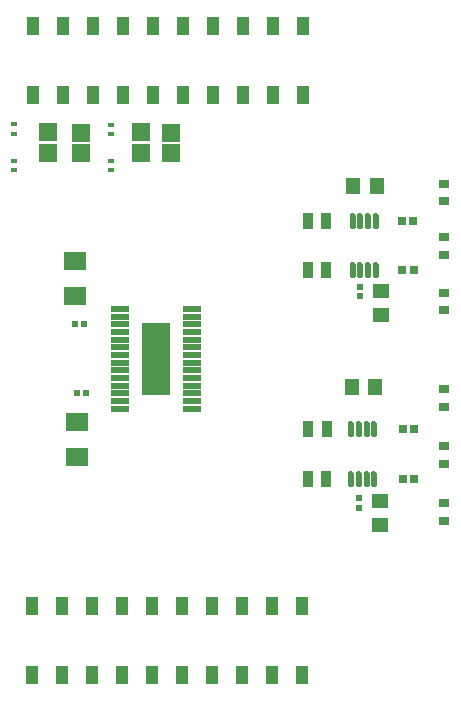
<source format=gbr>
%TF.GenerationSoftware,Altium Limited,Altium Designer,22.9.1 (49)*%
G04 Layer_Color=8421504*
%FSLAX25Y25*%
%MOIN*%
%TF.SameCoordinates,3D4AB22D-4464-4A1E-8ED4-CD8DD9DE0D00*%
%TF.FilePolarity,Positive*%
%TF.FileFunction,Paste,Top*%
%TF.Part,Single*%
G01*
G75*
%TA.AperFunction,ConnectorPad*%
%ADD10R,0.03937X0.06142*%
%TA.AperFunction,SMDPad,CuDef*%
%ADD11R,0.03937X0.06142*%
G04:AMPARAMS|DCode=12|XSize=94.49mil|YSize=242.91mil|CornerRadius=1.89mil|HoleSize=0mil|Usage=FLASHONLY|Rotation=0.000|XOffset=0mil|YOffset=0mil|HoleType=Round|Shape=RoundedRectangle|*
%AMROUNDEDRECTD12*
21,1,0.09449,0.23913,0,0,0.0*
21,1,0.09071,0.24291,0,0,0.0*
1,1,0.00378,0.04535,-0.11957*
1,1,0.00378,-0.04535,-0.11957*
1,1,0.00378,-0.04535,0.11957*
1,1,0.00378,0.04535,0.11957*
%
%ADD12ROUNDEDRECTD12*%
G04:AMPARAMS|DCode=13|XSize=17.72mil|YSize=62.99mil|CornerRadius=1.95mil|HoleSize=0mil|Usage=FLASHONLY|Rotation=90.000|XOffset=0mil|YOffset=0mil|HoleType=Round|Shape=RoundedRectangle|*
%AMROUNDEDRECTD13*
21,1,0.01772,0.05909,0,0,90.0*
21,1,0.01382,0.06299,0,0,90.0*
1,1,0.00390,0.02955,0.00691*
1,1,0.00390,0.02955,-0.00691*
1,1,0.00390,-0.02955,-0.00691*
1,1,0.00390,-0.02955,0.00691*
%
%ADD13ROUNDEDRECTD13*%
%ADD14R,0.06127X0.06213*%
%ADD15R,0.03740X0.05315*%
%ADD16R,0.07316X0.05928*%
%ADD17R,0.03543X0.03150*%
%ADD18R,0.02756X0.02559*%
%ADD19R,0.02029X0.01860*%
%ADD20R,0.01968X0.01575*%
%ADD21R,0.04724X0.05709*%
%ADD22R,0.05709X0.04724*%
G04:AMPARAMS|DCode=23|XSize=17.72mil|YSize=51.18mil|CornerRadius=4.43mil|HoleSize=0mil|Usage=FLASHONLY|Rotation=180.000|XOffset=0mil|YOffset=0mil|HoleType=Round|Shape=RoundedRectangle|*
%AMROUNDEDRECTD23*
21,1,0.01772,0.04232,0,0,180.0*
21,1,0.00886,0.05118,0,0,180.0*
1,1,0.00886,-0.00443,0.02116*
1,1,0.00886,0.00443,0.02116*
1,1,0.00886,0.00443,-0.02116*
1,1,0.00886,-0.00443,-0.02116*
%
%ADD23ROUNDEDRECTD23*%
G04:AMPARAMS|DCode=24|XSize=17.72mil|YSize=51.18mil|CornerRadius=4.43mil|HoleSize=0mil|Usage=FLASHONLY|Rotation=180.000|XOffset=0mil|YOffset=0mil|HoleType=Round|Shape=RoundedRectangle|*
%AMROUNDEDRECTD24*
21,1,0.01772,0.04232,0,0,180.0*
21,1,0.00886,0.05118,0,0,180.0*
1,1,0.00886,-0.00443,0.02116*
1,1,0.00886,0.00443,0.02116*
1,1,0.00886,0.00443,-0.02116*
1,1,0.00886,-0.00443,-0.02116*
%
%ADD24ROUNDEDRECTD24*%
%ADD25R,0.02047X0.02047*%
D10*
X126417Y247563D02*
D03*
X206417Y270437D02*
D03*
Y247563D02*
D03*
X196417Y270437D02*
D03*
Y247563D02*
D03*
X186417Y270437D02*
D03*
Y247563D02*
D03*
X176417Y270437D02*
D03*
Y247563D02*
D03*
X166417Y270437D02*
D03*
Y247563D02*
D03*
X156417Y270437D02*
D03*
Y247563D02*
D03*
X146417Y270437D02*
D03*
Y247563D02*
D03*
X136417Y270437D02*
D03*
Y247563D02*
D03*
X126417Y270437D02*
D03*
X116417D02*
D03*
Y247563D02*
D03*
D11*
X116000Y54063D02*
D03*
X136000D02*
D03*
X146000D02*
D03*
X156000D02*
D03*
X166000D02*
D03*
X176000D02*
D03*
X186000D02*
D03*
X196000D02*
D03*
X206000D02*
D03*
Y76937D02*
D03*
X196000D02*
D03*
X186000D02*
D03*
X176000D02*
D03*
X166000D02*
D03*
X156000D02*
D03*
X146000D02*
D03*
X136000D02*
D03*
X126000D02*
D03*
Y54063D02*
D03*
X116000Y76937D02*
D03*
D12*
X157295Y159500D02*
D03*
D13*
X169303Y160780D02*
D03*
X145287D02*
D03*
X169303Y158221D02*
D03*
X145287D02*
D03*
Y153102D02*
D03*
Y155661D02*
D03*
Y165898D02*
D03*
Y163339D02*
D03*
X169303Y153102D02*
D03*
Y165898D02*
D03*
X145287Y150543D02*
D03*
Y168457D02*
D03*
Y147984D02*
D03*
Y171016D02*
D03*
X169303Y163339D02*
D03*
X145287Y142866D02*
D03*
Y145425D02*
D03*
Y173575D02*
D03*
Y176134D02*
D03*
X169303Y150543D02*
D03*
Y147984D02*
D03*
Y145425D02*
D03*
Y142866D02*
D03*
Y168457D02*
D03*
Y171016D02*
D03*
Y173575D02*
D03*
Y176134D02*
D03*
Y155661D02*
D03*
D14*
X152500Y228145D02*
D03*
Y234949D02*
D03*
X162500Y228098D02*
D03*
Y234902D02*
D03*
X121500Y228145D02*
D03*
Y234949D02*
D03*
X132500Y228098D02*
D03*
Y234902D02*
D03*
D15*
X214051Y189000D02*
D03*
X207949D02*
D03*
X214000Y205500D02*
D03*
X207898D02*
D03*
X214209Y136000D02*
D03*
X208106D02*
D03*
X214051Y119500D02*
D03*
X207949D02*
D03*
D16*
X130500Y180500D02*
D03*
Y192124D02*
D03*
X131000Y138500D02*
D03*
Y126876D02*
D03*
D17*
X253500Y194047D02*
D03*
Y199953D02*
D03*
Y149453D02*
D03*
Y143547D02*
D03*
Y175594D02*
D03*
Y181500D02*
D03*
Y124547D02*
D03*
Y130453D02*
D03*
Y217905D02*
D03*
Y212000D02*
D03*
Y105547D02*
D03*
Y111453D02*
D03*
D18*
X243370Y136000D02*
D03*
X239630D02*
D03*
X243370Y119500D02*
D03*
X239630D02*
D03*
X243000Y205500D02*
D03*
X239260D02*
D03*
X243240Y189000D02*
D03*
X239500D02*
D03*
D19*
X133990Y148000D02*
D03*
X131010D02*
D03*
X133490Y171000D02*
D03*
X130510D02*
D03*
D20*
X110000Y222350D02*
D03*
Y225500D02*
D03*
Y234500D02*
D03*
Y237650D02*
D03*
X142500Y234425D02*
D03*
Y237575D02*
D03*
Y222425D02*
D03*
Y225575D02*
D03*
D21*
X222563Y150000D02*
D03*
X230437D02*
D03*
X223063Y217000D02*
D03*
X230937D02*
D03*
D22*
X232000Y104126D02*
D03*
Y112000D02*
D03*
X232500Y174126D02*
D03*
Y182000D02*
D03*
D23*
X222441Y136035D02*
D03*
X230118Y119500D02*
D03*
X225000D02*
D03*
X222441D02*
D03*
X227559Y136035D02*
D03*
X225000D02*
D03*
X227559Y119500D02*
D03*
X222941Y205535D02*
D03*
X230618Y189000D02*
D03*
X225500D02*
D03*
X222941D02*
D03*
X228059Y205535D02*
D03*
X225500D02*
D03*
X228059Y189000D02*
D03*
D24*
X230118Y136035D02*
D03*
X230618Y205535D02*
D03*
D25*
X225500Y183575D02*
D03*
Y180425D02*
D03*
X225000Y113000D02*
D03*
Y109850D02*
D03*
%TF.MD5,ce1d5180ced9b59d85d57c9dd37b075a*%
M02*

</source>
